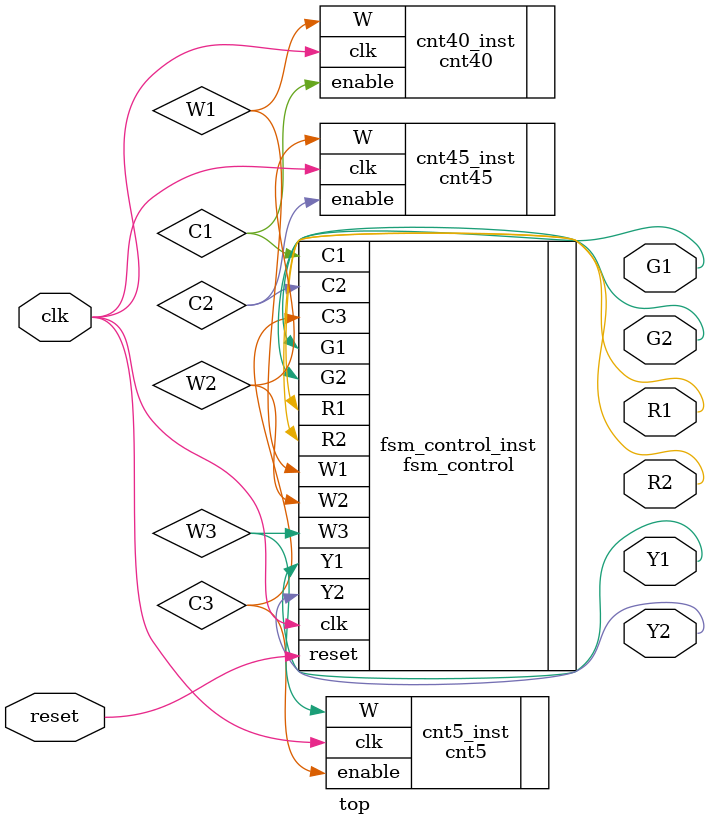
<source format=v>
module top (
    input clk,
    input reset,
    output R1, Y1, G1,
    output R2, Y2, G2
);

    wire C1, C2, C3;
    wire W1, W2, W3;
    
    fsm_control fsm_control_inst (
        .clk(clk),
        .reset(reset),
        .W1(W1),
        .W2(W2),
        .W3(W3),
        .C1(C1),
        .C2(C2),
        .C3(C3),
        .R1(R1),
        .Y1(Y1),
        .G1(G1),
        .R2(R2),
        .Y2(Y2),
        .G2(G2)
    );
    
    cnt40 cnt40_inst (
        .clk(clk),
        .enable(C1),
        .W(W1)
    );
    
    cnt45 cnt45_inst (
        .clk(clk),
        .enable(C2),
        .W(W2)
    );
    
    cnt5 cnt5_inst (
        .clk(clk),
        .enable(C3),
        .W(W3)
    );

endmodule
</source>
